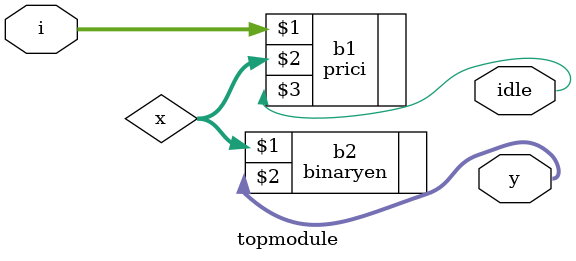
<source format=v>
module topmodule(i,y,idle);
input [7:0]i;
output [2:0]y;
output idle;
wire [7:0]x;

prici b1(i,x,idle);
binaryen b2(x,y);

endmodule
</source>
